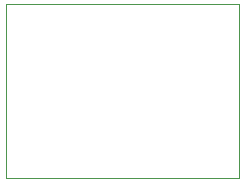
<source format=gbr>
G04 #@! TF.GenerationSoftware,KiCad,Pcbnew,(5.1.5)-3*
G04 #@! TF.CreationDate,2020-05-27T15:07:41+09:00*
G04 #@! TF.ProjectId,FMU3_Sensors_make,464d5533-5f53-4656-9e73-6f72735f6d61,rev?*
G04 #@! TF.SameCoordinates,Original*
G04 #@! TF.FileFunction,Profile,NP*
%FSLAX46Y46*%
G04 Gerber Fmt 4.6, Leading zero omitted, Abs format (unit mm)*
G04 Created by KiCad (PCBNEW (5.1.5)-3) date 2020-05-27 15:07:41*
%MOMM*%
%LPD*%
G04 APERTURE LIST*
%ADD10C,0.050000*%
G04 APERTURE END LIST*
D10*
X134000000Y-48750000D02*
X134000000Y-34000000D01*
X153750000Y-48750000D02*
X134000000Y-48750000D01*
X153750000Y-34000000D02*
X153750000Y-48750000D01*
X134000000Y-34000000D02*
X153750000Y-34000000D01*
M02*

</source>
